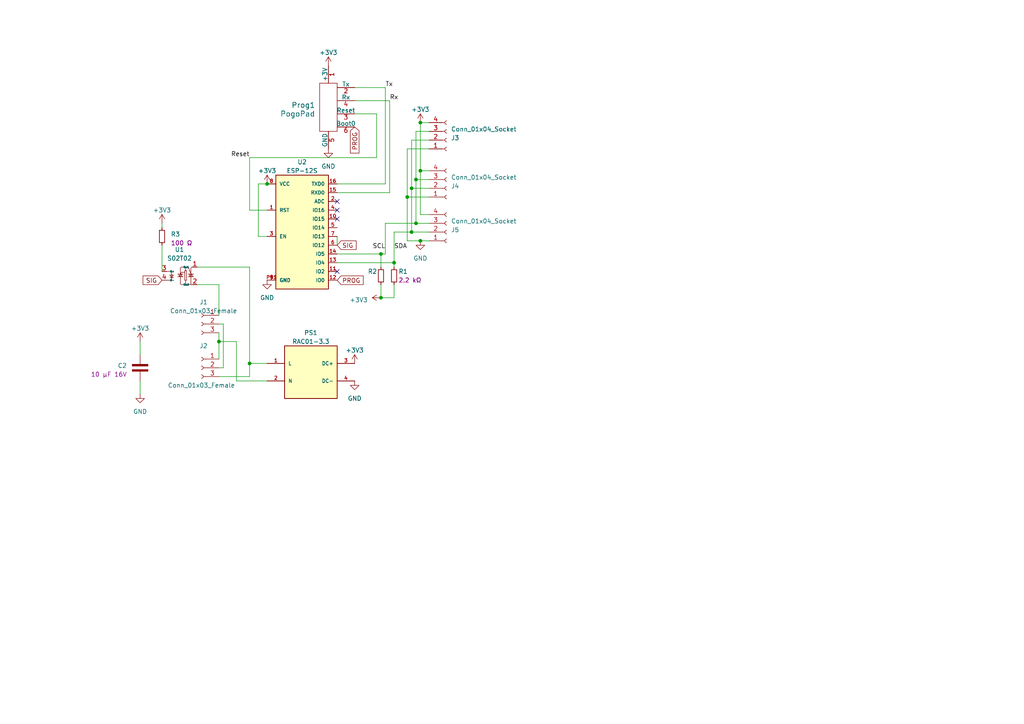
<source format=kicad_sch>
(kicad_sch (version 20230121) (generator eeschema)
  (paper "A4")
  (lib_symbols
    (symbol "Connector:Conn_01x03_Female" (pin_names (offset 1.016) hide)
      (property "Reference" "J" (at 0 5.08 0))
      (property "Value" "Conn_01x03_Female" (at 0 -5.08 0))
      (symbol "Conn_01x03_Female_1_1"
        (arc (start 0 -2.032) (mid -0.5058 -2.54) (end 0 -3.048) (stroke (width 0.1524)))
        (polyline (pts (xy -1.27 -2.54) (xy -0.508 -2.54)) (stroke (width 0.1524)))
        (polyline (pts (xy -1.27 0) (xy -0.508 0)) (stroke (width 0.1524)))
        (polyline (pts (xy -1.27 2.54) (xy -0.508 2.54)) (stroke (width 0.1524)))
        (arc (start 0 0.508) (mid -0.5058 0) (end 0 -0.508) (stroke (width 0.1524)))
        (arc (start 0 3.048) (mid -0.5058 2.54) (end 0 2.032) (stroke (width 0.1524)))
        (pin passive line (at -5.08 2.54 0) (length 3.81) (name "Pin_1") (number "1"))
        (pin passive line (at -5.08 0 0) (length 3.81) (name "Pin_2") (number "2"))
        (pin passive line (at -5.08 -2.54 0) (length 3.81) (name "Pin_3") (number "3"))
      )
    )
    (symbol "Connector:Conn_01x04_Socket" (pin_names (offset 1.016) hide)
      (property "Reference" "J" (at 0 5.08 0))
      (property "Value" "Conn_01x04_Socket" (at 0 -7.62 0))
      (symbol "Conn_01x04_Socket_1_1"
        (arc (start 0 -4.572) (mid -0.5058 -5.08) (end 0 -5.588) (stroke (width 0.1524)))
        (arc (start 0 -2.032) (mid -0.5058 -2.54) (end 0 -3.048) (stroke (width 0.1524)))
        (polyline (pts (xy -1.27 -5.08) (xy -0.508 -5.08)) (stroke (width 0.1524)))
        (polyline (pts (xy -1.27 -2.54) (xy -0.508 -2.54)) (stroke (width 0.1524)))
        (polyline (pts (xy -1.27 0) (xy -0.508 0)) (stroke (width 0.1524)))
        (polyline (pts (xy -1.27 2.54) (xy -0.508 2.54)) (stroke (width 0.1524)))
        (arc (start 0 0.508) (mid -0.5058 0) (end 0 -0.508) (stroke (width 0.1524)))
        (arc (start 0 3.048) (mid -0.5058 2.54) (end 0 2.032) (stroke (width 0.1524)))
        (pin passive line (at -5.08 2.54 0) (length 3.81) (name "Pin_1") (number "1"))
        (pin passive line (at -5.08 0 0) (length 3.81) (name "Pin_2") (number "2"))
        (pin passive line (at -5.08 -2.54 0) (length 3.81) (name "Pin_3") (number "3"))
        (pin passive line (at -5.08 -5.08 0) (length 3.81) (name "Pin_4") (number "4"))
      )
    )
    (symbol "localparts:CP_10µ_16V_0603" (pin_numbers hide) (pin_names (offset 0.254))
      (property "Reference" "C3" (at -3.048 1.016 0))
      (property "Display" "10 µF 16V" (at -3.048 -1.27 0))
      (symbol "CP_10µ_16V_0603_0_1"
        (rectangle (start -2.286 -0.508) (end 2.286 -1.016) (fill (type outline)))
        (rectangle (start -2.286 1.016) (end 2.286 0.508) (fill (type outline)))
      )
      (symbol "CP_10µ_16V_0603_1_1"
        (pin passive line (at 0 3.81 270) (length 2.794) (name "~") (number "1"))
        (pin passive line (at 0 -3.81 90) (length 2.794) (name "~") (number "2"))
      )
    )
    (symbol "localparts:R_220_0603" (pin_numbers hide) (pin_names (offset 0.254) hide)
      (property "Reference" "R" (at -1.27 1.143 0))
      (property "Display" "220 Ω" (at -1.27 -1.016 0))
      (symbol "R_220_0603_0_1"
        (rectangle (start -0.762 1.778) (end 0.762 -1.778) (stroke (width 0.2032)))
      )
      (symbol "R_220_0603_1_1"
        (pin passive line (at 0 2.54 270) (length 0.762) (name "~") (number "1"))
        (pin passive line (at 0 -2.54 90) (length 0.762) (name "~") (number "2"))
      )
    )
    (symbol "localparts:R_2k2_0603" (pin_numbers hide) (pin_names (offset 0.254) hide)
      (property "Reference" "R" (at -1.27 0.635 0))
      (property "Display" "2.2 kΩ" (at -1.27 -1.27 0))
      (symbol "R_2k2_0603_0_1"
        (rectangle (start -0.762 1.778) (end 0.762 -1.778) (stroke (width 0.2032)))
      )
      (symbol "R_2k2_0603_1_1"
        (pin passive line (at 0 2.54 270) (length 0.762) (name "~") (number "1"))
        (pin passive line (at 0 -2.54 90) (length 0.762) (name "~") (number "2"))
      )
    )
    (symbol "localstuff:+3.3V" (power) (pin_names (offset 0))
      (property "Value" "+3.3V" (at 0 3.556 0))
      (symbol "+3.3V_0_1"
        (polyline (pts (xy -0.762 1.27) (xy 0 2.54)))
        (polyline (pts (xy 0 0) (xy 0 2.54)))
        (polyline (pts (xy 0 2.54) (xy 0.762 1.27)))
      )
      (symbol "+3.3V_1_1"
        (pin power_in line (at 0 0 90) (length 0) hide (name "+3V3") (number "1"))
      )
    )
    (symbol "localstuff:ESP-12S" (pin_names (offset 1.016))
      (property "Reference" "U" (at -7.62 18.034 0))
      (property "Value" "ESP-12S" (at -7.62 -15.494 0))
      (symbol "ESP-12S_0_0"
        (rectangle (start -7.62 -15.24) (end 7.62 17.78) (stroke (width 0.254)) (fill (type background)))
        (pin bidirectional line (at -10.16 7.62 0) (length 2.54) (name "RST") (number "1"))
        (pin bidirectional line (at 10.16 5.08 180) (length 2.54) (name "IO15") (number "10"))
        (pin bidirectional line (at 10.16 -10.16 180) (length 2.54) (name "IO2") (number "11"))
        (pin bidirectional line (at 10.16 -12.7 180) (length 2.54) (name "IO0") (number "12"))
        (pin bidirectional line (at 10.16 -7.62 180) (length 2.54) (name "IO4") (number "13"))
        (pin bidirectional line (at 10.16 -5.08 180) (length 2.54) (name "IO5") (number "14"))
        (pin bidirectional line (at 10.16 12.7 180) (length 2.54) (name "RXD0") (number "15"))
        (pin bidirectional line (at 10.16 15.24 180) (length 2.54) (name "TXD0") (number "16"))
        (pin bidirectional line (at 10.16 10.16 180) (length 2.54) (name "ADC") (number "2"))
        (pin bidirectional line (at -10.16 0 0) (length 2.54) (name "EN") (number "3"))
        (pin bidirectional line (at 10.16 7.62 180) (length 2.54) (name "IO16") (number "4"))
        (pin bidirectional line (at 10.16 2.54 180) (length 2.54) (name "IO14") (number "5"))
        (pin bidirectional line (at 10.16 -2.54 180) (length 2.54) (name "IO12") (number "6"))
        (pin bidirectional line (at 10.16 0 180) (length 2.54) (name "IO13") (number "7"))
        (pin bidirectional line (at -10.16 15.24 0) (length 2.54) (name "VCC") (number "8"))
        (pin bidirectional line (at -10.16 -12.7 0) (length 2.54) (name "GND") (number "9"))
        (pin bidirectional line (at -10.16 -12.7 0) (length 2.54) (name "GND") (number "P$1"))
      )
    )
    (symbol "localstuff:GND" (power) (pin_names (offset 0))
      (property "Value" "GND" (at 0 -3.81 0))
      (symbol "GND_0_1"
        (polyline (pts (xy 0 0) (xy 0 -1.27) (xy 1.27 -1.27) (xy 0 -2.54) (xy -1.27 -1.27) (xy 0 -1.27)))
      )
      (symbol "GND_1_1"
        (pin power_in line (at 0 0 270) (length 0) hide (name "GND") (number "1"))
      )
    )
    (symbol "localstuff:PogoPad" (pin_names (offset 0))
      (property "Reference" "Prog" (at -3.81 2.54 90))
      (property "Value" "PogoPad" (at -1.27 -7.62 90))
      (symbol "PogoPad_0_1"
        (rectangle (start -2.54 -7.62) (end 2.54 6.35))
      )
      (symbol "PogoPad_1_1"
        (pin power_out line (at 0 11.43 270) (length 5.08) (name "+3V") (number "1"))
        (pin input line (at 7.62 5.08 180) (length 5.08) (name "Tx") (number "2"))
        (pin output line (at 7.62 -2.54 180) (length 5.08) (name "Reset") (number "3"))
        (pin output line (at 7.62 1.27 180) (length 5.08) (name "Rx") (number "4"))
        (pin power_out line (at 0 -12.7 90) (length 5.08) (name "GND") (number "5"))
        (pin output line (at 7.62 -6.35 180) (length 5.08) (name "Boot0") (number "6"))
      )
    )
    (symbol "localstuff:RAC01-3.3" (pin_names (offset 1.016))
      (property "Reference" "PS" (at -7.116 8.1326 0))
      (property "Value" "RAC01-3.3" (at -7.6297 -10.1729 0))
      (symbol "RAC01-3.3_0_0"
        (rectangle (start -7.62 -7.62) (end 7.62 7.62) (stroke (width 0.254)) (fill (type background)))
        (pin input line (at -12.7 2.54 0) (length 5.08) (name "L") (number "1"))
        (pin input line (at -12.7 -2.54 0) (length 5.08) (name "N") (number "2"))
        (pin output line (at 12.7 2.54 180) (length 5.08) (name "DC+") (number "3"))
        (pin output line (at 12.7 -2.54 180) (length 5.08) (name "DC-") (number "4"))
      )
    )
    (symbol "localstuff:S202T02" (pin_names (offset 1.016))
      (property "Reference" "SW" (at 4.064 3.556 0))
      (property "Value" "S202T02" (at 4.572 -5.842 0))
      (symbol "S202T02_0_1"
        (polyline (pts (xy 2.286 -1.778) (xy 3.302 -1.778) (xy 3.302 -1.778)))
        (polyline (pts (xy 2.794 -1.016) (xy 2.794 -1.778) (xy 2.794 -1.778)))
        (polyline (pts (xy 4.572 -1.524) (xy 6.096 -1.524) (xy 6.096 -1.524)))
        (polyline (pts (xy 8.382 -1.524) (xy 8.382 -3.81) (xy 8.382 -3.81)))
        (polyline (pts (xy 9.144 -1.524) (xy 7.62 -1.524) (xy 7.62 -1.524)))
        (polyline (pts (xy 10.16 -3.81) (xy 6.858 -3.81) (xy 6.858 -3.81)))
        (polyline (pts (xy 4.572 -0.762) (xy 6.096 -0.762) (xy 6.096 -0.762) (xy 6.096 -0.762)))
        (polyline (pts (xy 5.334 -1.524) (xy 5.588 -0.762) (xy 5.842 -1.524) (xy 5.842 -1.524)))
        (polyline (pts (xy 5.334 -0.762) (xy 5.588 -0.254) (xy 6.604 -0.254) (xy 6.604 -0.254)))
        (polyline (pts (xy 7.62 -0.762) (xy 9.144 -0.762) (xy 9.144 -0.762) (xy 9.144 -0.762)))
        (polyline (pts (xy 7.874 -0.762) (xy 8.128 -1.524) (xy 8.382 -0.762) (xy 8.382 -0.762)))
        (polyline (pts (xy 8.382 -1.524) (xy 8.636 -0.762) (xy 8.89 -1.524) (xy 8.89 -1.524)))
        (polyline (pts (xy 8.382 -0.762) (xy 7.62 1.27) (xy 6.858 1.27) (xy 6.858 1.27)))
        (polyline (pts (xy 1.27 0) (xy 2.54 0) (xy 2.794 -0.254) (xy 2.794 -1.016) (xy 2.794 -1.016)))
        (polyline (pts (xy 2.286 -1.016) (xy 3.302 -1.016) (xy 2.794 -1.778) (xy 2.286 -1.016) (xy 2.286 -1.016)))
        (polyline (pts (xy 2.794 -1.778) (xy 2.794 -2.286) (xy 2.54 -2.54) (xy 1.27 -2.54) (xy 1.27 -2.54)))
        (polyline (pts (xy 4.826 -0.762) (xy 5.08 -1.524) (xy 5.334 -0.762) (xy 5.334 -0.762) (xy 5.334 -0.762)))
        (polyline (pts (xy 10.16 1.27) (xy 8.636 1.27) (xy 8.382 1.016) (xy 8.382 -0.762) (xy 8.382 -0.762)))
        (polyline (pts (xy 5.334 -1.524) (xy 5.334 -3.556) (xy 5.588 -3.81) (xy 6.858 -3.81) (xy 6.858 -2.54) (xy 6.858 -2.54)))
        (polyline (pts (xy 6.858 0.254) (xy 6.858 1.27) (xy 5.588 1.27) (xy 5.334 1.016) (xy 5.334 -0.762) (xy 5.334 -0.762)))
        (rectangle (start 6.604 0.254) (end 7.112 -2.54))
      )
      (symbol "S202T02_1_1"
        (pin passive line (at 10.16 1.27 180) (length 1.27) (name "Sw1") (number "1"))
        (pin passive line (at 10.16 -3.81 180) (length 1.27) (name "Sw2") (number "2"))
        (pin passive line (at 0 0 0) (length 1.27) (name "D+") (number "3"))
        (pin passive line (at 0 -2.54 0) (length 1.27) (name "D-") (number "4"))
      )
    )
  )
  (junction (at 121.92 35.56))
  (junction (at 121.92 49.53))
  (junction (at 63.5 99.06))
  (junction (at 119.38 54.61))
  (junction (at 110.49 86.36))
  (junction (at 114.3 76.2))
  (junction (at 110.49 73.66))
  (junction (at 72.39 105.41))
  (junction (at 120.65 64.77))
  (junction (at 121.92 69.85))
  (junction (at 119.38 67.31))
  (junction (at 77.47 53.34))
  (junction (at 120.65 52.07))
  (junction (at 118.11 57.15))
  (no_connect (at 97.79 63.5))
  (no_connect (at 97.79 78.74))
  (no_connect (at 97.79 58.42))
  (no_connect (at 97.79 60.96))
  (wire (pts (xy 72.39 45.72) (xy 109.22 45.72)))
  (wire (pts (xy 121.92 69.85) (xy 124.46 69.85)))
  (wire (pts (xy 46.99 71.12) (xy 46.99 78.74)))
  (wire (pts (xy 110.49 73.66) (xy 111.76 73.66)))
  (wire (pts (xy 74.93 53.34) (xy 77.47 53.34)))
  (wire (pts (xy 77.47 60.96) (xy 72.39 60.96)))
  (wire (pts (xy 97.79 73.66) (xy 110.49 73.66)))
  (wire (pts (xy 72.39 109.22) (xy 72.39 105.41)))
  (wire (pts (xy 124.46 38.1) (xy 120.65 38.1)))
  (wire (pts (xy 102.87 29.21) (xy 113.03 29.21)))
  (wire (pts (xy 97.79 53.34) (xy 111.76 53.34)))
  (wire (pts (xy 114.3 76.2) (xy 114.3 77.47)))
  (wire (pts (xy 114.3 82.55) (xy 114.3 86.36)))
  (wire (pts (xy 63.5 96.52) (xy 63.5 99.06)))
  (wire (pts (xy 68.58 99.06) (xy 68.58 110.49)))
  (wire (pts (xy 114.3 67.31) (xy 114.3 76.2)))
  (wire (pts (xy 121.92 35.56) (xy 121.92 49.53)))
  (wire (pts (xy 121.92 62.23) (xy 124.46 62.23)))
  (wire (pts (xy 97.79 55.88) (xy 113.03 55.88)))
  (wire (pts (xy 121.92 49.53) (xy 124.46 49.53)))
  (wire (pts (xy 119.38 40.64) (xy 119.38 54.61)))
  (wire (pts (xy 46.99 66.04) (xy 46.99 64.77)))
  (wire (pts (xy 64.77 93.98) (xy 64.77 106.68)))
  (wire (pts (xy 110.49 82.55) (xy 110.49 86.36)))
  (wire (pts (xy 118.11 69.85) (xy 118.11 57.15)))
  (wire (pts (xy 97.79 68.58) (xy 97.79 71.12)))
  (wire (pts (xy 40.64 110.49) (xy 40.64 114.3)))
  (wire (pts (xy 57.15 82.55) (xy 63.5 82.55)))
  (wire (pts (xy 63.5 99.06) (xy 63.5 104.14)))
  (wire (pts (xy 63.5 99.06) (xy 68.58 99.06)))
  (wire (pts (xy 119.38 54.61) (xy 124.46 54.61)))
  (wire (pts (xy 118.11 43.18) (xy 118.11 57.15)))
  (wire (pts (xy 121.92 69.85) (xy 118.11 69.85)))
  (wire (pts (xy 119.38 67.31) (xy 119.38 54.61)))
  (wire (pts (xy 114.3 76.2) (xy 97.79 76.2)))
  (wire (pts (xy 102.87 25.4) (xy 111.76 25.4)))
  (wire (pts (xy 111.76 25.4) (xy 111.76 53.34)))
  (wire (pts (xy 111.76 64.77) (xy 120.65 64.77)))
  (wire (pts (xy 77.47 110.49) (xy 68.58 110.49)))
  (wire (pts (xy 119.38 67.31) (xy 114.3 67.31)))
  (wire (pts (xy 121.92 62.23) (xy 121.92 49.53)))
  (wire (pts (xy 77.47 105.41) (xy 72.39 105.41)))
  (wire (pts (xy 63.5 93.98) (xy 64.77 93.98)))
  (wire (pts (xy 57.15 77.47) (xy 72.39 77.47)))
  (wire (pts (xy 119.38 67.31) (xy 124.46 67.31)))
  (wire (pts (xy 111.76 73.66) (xy 111.76 64.77)))
  (wire (pts (xy 72.39 60.96) (xy 72.39 45.72)))
  (wire (pts (xy 110.49 73.66) (xy 110.49 77.47)))
  (wire (pts (xy 63.5 82.55) (xy 63.5 91.44)))
  (wire (pts (xy 72.39 77.47) (xy 72.39 105.41)))
  (wire (pts (xy 118.11 57.15) (xy 124.46 57.15)))
  (wire (pts (xy 64.77 106.68) (xy 63.5 106.68)))
  (wire (pts (xy 63.5 109.22) (xy 72.39 109.22)))
  (wire (pts (xy 120.65 64.77) (xy 124.46 64.77)))
  (wire (pts (xy 124.46 43.18) (xy 118.11 43.18)))
  (wire (pts (xy 74.93 68.58) (xy 74.93 53.34)))
  (wire (pts (xy 114.3 86.36) (xy 110.49 86.36)))
  (wire (pts (xy 124.46 35.56) (xy 121.92 35.56)))
  (wire (pts (xy 40.64 99.06) (xy 40.64 102.87)))
  (wire (pts (xy 120.65 38.1) (xy 120.65 52.07)))
  (wire (pts (xy 124.46 40.64) (xy 119.38 40.64)))
  (wire (pts (xy 102.87 33.02) (xy 109.22 33.02)))
  (wire (pts (xy 77.47 68.58) (xy 74.93 68.58)))
  (wire (pts (xy 120.65 52.07) (xy 124.46 52.07)))
  (wire (pts (xy 120.65 52.07) (xy 120.65 64.77)))
  (wire (pts (xy 113.03 29.21) (xy 113.03 55.88)))
  (wire (pts (xy 109.22 45.72) (xy 109.22 33.02)))
  (label "Reset" (at 72.39 45.72 180))
  (label "Rx" (at 113.03 29.21 0))
  (label "SCL" (at 111.76 72.39 180))
  (label "Tx" (at 111.76 25.4 0))
  (label "SDA" (at 114.3 72.39 0))
  (global_label "SIG" (shape input) (at 46.99 81.28 180) (property "Intersheetrefs" "${INTERSHEET_REFS}" (effects hide)))
  (global_label "PROG" (shape input) (at 102.87 36.83 270) (property "Intersheetrefs" "${INTERSHEET_REFS}" (effects hide)))
  (global_label "PROG" (shape input) (at 97.79 81.28 0) (property "Intersheetrefs" "${INTERSHEET_REFS}" (effects hide)))
  (global_label "SIG" (shape input) (at 97.79 71.12 0) (property "Intersheetrefs" "${INTERSHEET_REFS}" (effects hide)))
  (symbol (lib_id "localstuff:PogoPad") (at 95.25 30.48 0) (unit 1)
    (property "Reference" "Prog1" (at 91.44 30.48 0) (effects (font (size 1.524 1.524)) (justify right)))
    (property "Value" "PogoPad" (at 91.44 33.02 0) (effects (font (size 1.524 1.524)) (justify right)))
    (property "Footprint" "localstuff:2X3-NS" (effects hide))
  )
  (symbol (lib_id "localstuff:GND") (at 121.92 69.85 0) (unit 1)
    (property "Reference" "#PWR01" (effects hide))
    (property "Value" "GND" (at 121.92 74.93 0))
  )
  (symbol (lib_id "Connector:Conn_01x04_Socket") (at 129.54 67.31 0) (mirror x) (unit 1)
    (property "Reference" "J5" (at 130.81 66.675 0) (effects (justify left)))
    (property "Value" "Conn_01x04_Socket" (at 130.81 64.135 0) (effects (justify left)))
    (property "Footprint" "Connector_PinHeader_2.54mm:PinHeader_1x04_P2.54mm_Vertical" (effects hide))
  )
  (symbol (lib_id "localstuff:GND") (at 102.87 110.49 0) (unit 1)
    (property "Reference" "#PWR0103" (effects hide))
    (property "Value" "GND" (at 102.87 115.57 0))
  )
  (symbol (lib_id "Connector:Conn_01x03_Female") (at 58.42 106.68 0) (mirror y) (unit 1)
    (property "Reference" "J2" (at 59.055 100.33 0))
    (property "Value" "Conn_01x03_Female" (at 58.42 111.76 0))
    (property "Footprint" "localstuff:Conn_P5.0mm_3_Lumberg" (effects hide))
  )
  (symbol (lib_id "localparts:R_2k2_0603") (at 110.49 80.01 0) (unit 1)
    (property "Reference" "R2" (at 106.68 78.74 0) (effects (justify left)))
    (property "Value" "R_2k2_0603" (effects hide))
    (property "Footprint" "Resistor_SMD:R_0603_1608Metric" (effects hide))
    (property "Display" "2.2 kΩ" (at 115.57 81.28 0) (effects (justify left)))
    (property "Aisler" "Resistor, 2.2kΩ, 0603 SMD" (effects hide))
  )
  (symbol (lib_id "localstuff:GND") (at 77.47 81.28 0) (unit 1)
    (property "Reference" "#PWR0110" (effects hide))
    (property "Value" "GND" (at 77.47 86.36 0))
  )
  (symbol (lib_id "localparts:CP_10µ_16V_0603") (at 40.64 106.68 0) (mirror y) (unit 1)
    (property "Reference" "C2" (at 36.83 106.045 0) (effects (justify left)))
    (property "Value" "CP_10µ_16V_0603" (effects hide))
    (property "Footprint" "Capacitor_SMD:C_0603_1608Metric" (effects hide))
    (property "Display" "10 µF 16V" (at 36.83 108.585 0) (effects (justify left)))
  )
  (symbol (lib_id "Connector:Conn_01x03_Female") (at 58.42 93.98 0) (mirror y) (unit 1)
    (property "Reference" "J1" (at 59.055 87.63 0))
    (property "Value" "Conn_01x03_Female" (at 59.055 90.17 0))
    (property "Footprint" "localstuff:Conn_P5.0mm_3_Lumberg" (effects hide))
  )
  (symbol (lib_id "localstuff:+3.3V") (at 40.64 99.06 0) (unit 1)
    (property "Reference" "#PWR0102" (effects hide))
    (property "Value" "+3.3V" (at 40.64 95.25 0))
  )
  (symbol (lib_id "localstuff:+3.3V") (at 110.49 86.36 90) (unit 1)
    (property "Reference" "#PWR03" (effects hide))
    (property "Value" "+3.3V" (at 106.68 86.995 90) (effects (justify left)))
  )
  (symbol (lib_id "Connector:Conn_01x04_Socket") (at 129.54 40.64 0) (mirror x) (unit 1)
    (property "Reference" "J3" (at 130.81 40.005 0) (effects (justify left)))
    (property "Value" "Conn_01x04_Socket" (at 130.81 37.465 0) (effects (justify left)))
    (property "Footprint" "Connector_PinHeader_2.54mm:PinHeader_1x04_P2.54mm_Vertical" (effects hide))
  )
  (symbol (lib_id "Connector:Conn_01x04_Socket") (at 129.54 54.61 0) (mirror x) (unit 1)
    (property "Reference" "J4" (at 130.81 53.975 0) (effects (justify left)))
    (property "Value" "Conn_01x04_Socket" (at 130.81 51.435 0) (effects (justify left)))
    (property "Footprint" "Connector_PinHeader_2.54mm:PinHeader_1x04_P2.54mm_Vertical" (effects hide))
  )
  (symbol (lib_id "localstuff:+3.3V") (at 46.99 64.77 0) (unit 1)
    (property "Reference" "#PWR04" (effects hide))
    (property "Value" "+3.3V" (at 46.99 60.96 0))
  )
  (symbol (lib_id "localstuff:GND") (at 40.64 114.3 0) (unit 1)
    (property "Reference" "#PWR0101" (effects hide))
    (property "Value" "GND" (at 40.64 119.38 0))
  )
  (symbol (lib_id "localstuff:+3.3V") (at 77.47 53.34 0) (unit 1)
    (property "Reference" "#PWR0111" (effects hide))
    (property "Value" "+3.3V" (at 77.47 49.53 0))
  )
  (symbol (lib_id "localstuff:ESP-12S") (at 87.63 68.58 0) (unit 1)
    (property "Reference" "U2" (at 87.63 46.99 0))
    (property "Value" "ESP-12S" (at 87.63 49.53 0))
    (property "Footprint" "localstuff:ESP-12S" (effects hide))
    (property "PROD_ID" "IC-14115" (effects hide))
  )
  (symbol (lib_id "localparts:R_220_0603") (at 46.99 68.58 0) (unit 1)
    (property "Reference" "R3" (at 49.53 67.945 0) (effects (justify left)))
    (property "Value" "R_220_0603" (effects hide))
    (property "Footprint" "Resistor_SMD:R_0603_1608Metric" (effects hide))
    (property "Display" "100 Ω" (at 49.53 70.485 0) (effects (justify left)))
  )
  (symbol (lib_id "localstuff:S202T02") (at 46.99 78.74 0) (unit 1)
    (property "Reference" "U1" (at 52.07 72.39 0))
    (property "Value" "S02T02" (at 52.07 74.93 0))
    (property "Footprint" "localstuff:S202T02" (effects hide))
  )
  (symbol (lib_id "localstuff:GND") (at 95.25 43.18 0) (unit 1)
    (property "Reference" "#PWR0113" (effects hide))
    (property "Value" "GND" (at 95.25 48.26 0))
  )
  (symbol (lib_id "localstuff:+3.3V") (at 102.87 105.41 0) (unit 1)
    (property "Reference" "#PWR0104" (effects hide))
    (property "Value" "+3.3V" (at 102.87 101.6 0))
  )
  (symbol (lib_id "localstuff:+3.3V") (at 95.25 19.05 0) (unit 1)
    (property "Reference" "#PWR0112" (effects hide))
    (property "Value" "+3.3V" (at 95.25 15.24 0))
  )
  (symbol (lib_id "localstuff:+3.3V") (at 121.92 35.56 0) (unit 1)
    (property "Reference" "#PWR02" (effects hide))
    (property "Value" "+3.3V" (at 121.92 31.75 0))
  )
  (symbol (lib_id "localstuff:RAC01-3.3") (at 90.17 107.95 0) (unit 1)
    (property "Reference" "PS1" (at 90.17 96.52 0))
    (property "Value" "RAC01-3.3" (at 90.17 99.06 0))
    (property "Footprint" "localstuff:RAC01-3.3" (effects hide))
    (property "MANUFACTURER" "Vigortronix" (effects hide))
  )
  (symbol (lib_id "localparts:R_2k2_0603") (at 114.3 80.01 0) (unit 1)
    (property "Reference" "R1" (at 115.57 78.74 0) (effects (justify left)))
    (property "Value" "R_2k2_0603" (effects hide))
    (property "Footprint" "Resistor_SMD:R_0603_1608Metric" (effects hide))
    (property "Display" "2.2 kΩ" (effects hide))
    (property "Aisler" "Resistor, 2.2kΩ, 0603 SMD" (effects hide))
  )
)
</source>
